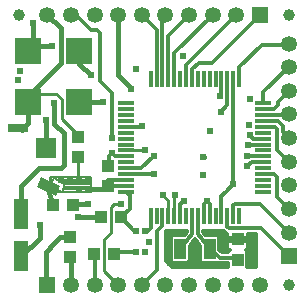
<source format=gtl>
G75*
G70*
%OFA0B0*%
%FSLAX24Y24*%
%IPPOS*%
%LPD*%
%AMOC8*
5,1,8,0,0,1.08239X$1,22.5*
%
%ADD10R,0.0394X0.0433*%
%ADD11R,0.0433X0.0394*%
%ADD12R,0.0906X0.0906*%
%ADD13R,0.0500X0.1000*%
%ADD14R,0.0394X0.0709*%
%ADD15R,0.0530X0.0530*%
%ADD16C,0.0530*%
%ADD17R,0.0551X0.0118*%
%ADD18R,0.0118X0.0551*%
%ADD19C,0.0394*%
%ADD20R,0.0700X0.0250*%
%ADD21R,0.0650X0.0650*%
%ADD22R,0.0700X0.0360*%
%ADD23C,0.0240*%
%ADD24C,0.0120*%
%ADD25C,0.0160*%
%ADD26C,0.0100*%
%ADD27C,0.0080*%
D10*
X009854Y001555D03*
X009854Y002225D03*
X011104Y003935D03*
X011104Y004605D03*
X010121Y004891D03*
X010121Y005560D03*
X015434Y002145D03*
X015434Y001475D03*
D11*
X011539Y002880D03*
X010869Y002880D03*
X009939Y003280D03*
X009269Y003280D03*
X010644Y001656D03*
X011313Y001656D03*
D12*
X010151Y006733D03*
X008458Y006733D03*
X008458Y008426D03*
X010151Y008426D03*
D13*
X008204Y001580D03*
X008204Y002980D03*
D14*
X013512Y001830D03*
X014496Y001830D03*
D15*
X017130Y001588D03*
X009086Y000631D03*
X016173Y009631D03*
D16*
X015386Y009631D03*
X014598Y009631D03*
X013811Y009631D03*
X013023Y009631D03*
X012236Y009631D03*
X011449Y009631D03*
X010661Y009631D03*
X009874Y009631D03*
X009086Y009631D03*
X017130Y008674D03*
X017130Y007887D03*
X017130Y007100D03*
X017130Y006312D03*
X017130Y005525D03*
X017130Y004737D03*
X017130Y003950D03*
X017130Y003163D03*
X017130Y002375D03*
X016173Y000631D03*
X015386Y000631D03*
X014598Y000631D03*
X013811Y000631D03*
X013023Y000631D03*
X012236Y000631D03*
X011449Y000631D03*
X010661Y000631D03*
X009874Y000631D03*
D17*
X011724Y003733D03*
X011724Y003930D03*
X011724Y004127D03*
X011724Y004324D03*
X011724Y004521D03*
X011724Y004718D03*
X011724Y004914D03*
X011724Y005111D03*
X011724Y005308D03*
X011724Y005505D03*
X011724Y005702D03*
X011724Y005899D03*
X011724Y006096D03*
X011724Y006292D03*
X011724Y006489D03*
X011724Y006686D03*
X016291Y006686D03*
X016291Y006489D03*
X016291Y006292D03*
X016291Y006096D03*
X016291Y005899D03*
X016291Y005702D03*
X016291Y005505D03*
X016291Y005308D03*
X016291Y005111D03*
X016291Y004914D03*
X016291Y004718D03*
X016291Y004521D03*
X016291Y004324D03*
X016291Y004127D03*
X016291Y003930D03*
X016291Y003733D03*
D18*
X015484Y002926D03*
X015287Y002926D03*
X015090Y002926D03*
X014893Y002926D03*
X014697Y002926D03*
X014500Y002926D03*
X014303Y002926D03*
X014106Y002926D03*
X013909Y002926D03*
X013712Y002926D03*
X013515Y002926D03*
X013319Y002926D03*
X013122Y002926D03*
X012925Y002926D03*
X012728Y002926D03*
X012531Y002926D03*
X012531Y007493D03*
X012728Y007493D03*
X012925Y007493D03*
X013122Y007493D03*
X013319Y007493D03*
X013515Y007493D03*
X013712Y007493D03*
X013909Y007493D03*
X014106Y007493D03*
X014303Y007493D03*
X014500Y007493D03*
X014697Y007493D03*
X014893Y007493D03*
X015090Y007493D03*
X015287Y007493D03*
X015484Y007493D03*
D19*
X017130Y009631D03*
X008130Y009631D03*
X017130Y000631D03*
D20*
X008102Y005853D03*
D21*
X009047Y005181D03*
D22*
G36*
X008884Y004220D02*
X009518Y003924D01*
X009366Y003598D01*
X008732Y003894D01*
X008884Y004220D01*
G37*
D23*
X009530Y004131D03*
X009830Y004131D03*
X010130Y004131D03*
X010430Y004131D03*
X010430Y003831D03*
X010130Y003831D03*
X010430Y003331D03*
X010100Y002881D03*
X008830Y002631D03*
X011530Y003331D03*
X012930Y003631D03*
X013330Y003631D03*
X013630Y003431D03*
X014400Y003411D03*
X015287Y003989D03*
X014290Y004281D03*
X014290Y004881D03*
X015730Y004931D03*
X015730Y004591D03*
X015790Y005301D03*
X015830Y005631D03*
X015800Y005951D03*
X014870Y006391D03*
X014830Y006931D03*
X015830Y006831D03*
X014500Y005771D03*
X012630Y004931D03*
X012330Y005131D03*
X011230Y005031D03*
X011230Y005531D03*
X012230Y005931D03*
X010930Y006731D03*
X011870Y007171D03*
X012030Y007831D03*
X010542Y007618D03*
X009324Y006680D03*
X009030Y006131D03*
X008100Y007451D03*
X008180Y007751D03*
X009254Y008580D03*
X008610Y009371D03*
X013600Y008251D03*
X012630Y004331D03*
X012330Y002431D03*
X012030Y002431D03*
X012480Y002051D03*
X012330Y001731D03*
X012030Y001731D03*
X013130Y001731D03*
X013170Y001351D03*
X013530Y001291D03*
X013930Y001331D03*
X014310Y001291D03*
X014000Y001691D03*
X014010Y002021D03*
X014380Y002371D03*
X014950Y002071D03*
X014960Y001801D03*
X014960Y001271D03*
X015980Y001401D03*
X015980Y001801D03*
X015980Y002201D03*
X013570Y002371D03*
X013130Y002131D03*
D24*
X013195Y002146D02*
X013030Y002146D01*
X013030Y002028D02*
X013195Y002028D01*
X013195Y001909D02*
X013030Y001909D01*
X013030Y001791D02*
X013195Y001791D01*
X013195Y001672D02*
X013030Y001672D01*
X013030Y001554D02*
X013195Y001554D01*
X013195Y001435D02*
X013030Y001435D01*
X013030Y001431D02*
X013030Y002431D01*
X013729Y002431D01*
X013729Y002390D01*
X013661Y002304D01*
X013265Y002304D01*
X013195Y002234D01*
X013195Y001426D01*
X013265Y001356D01*
X013759Y001356D01*
X013829Y001426D01*
X013829Y001938D01*
X014005Y002158D01*
X014179Y001939D01*
X014179Y001426D01*
X014250Y001356D01*
X014743Y001356D01*
X014747Y001359D01*
X014755Y001351D01*
X015117Y001351D01*
X015117Y001231D01*
X013230Y001231D01*
X013030Y001431D01*
X013144Y001316D02*
X015117Y001316D01*
X015318Y001531D02*
X014830Y001531D01*
X014531Y001830D01*
X014496Y001830D01*
X014106Y002320D01*
X014106Y002926D01*
X013909Y002926D02*
X013909Y002327D01*
X013512Y001830D01*
X013829Y001791D02*
X014179Y001791D01*
X014179Y001909D02*
X013829Y001909D01*
X013900Y002028D02*
X014109Y002028D01*
X014014Y002146D02*
X013995Y002146D01*
X013724Y002383D02*
X013030Y002383D01*
X013030Y002265D02*
X013226Y002265D01*
X012925Y002606D02*
X012730Y002411D01*
X012730Y001125D01*
X012236Y000631D01*
X010661Y000631D02*
X010661Y001639D01*
X010644Y001656D01*
X011313Y001656D02*
X011388Y001731D01*
X012030Y001731D01*
X012030Y002431D02*
X011988Y002431D01*
X011539Y002880D01*
X011830Y003171D01*
X011830Y003628D01*
X011724Y003733D01*
X011724Y003930D02*
X011109Y003930D01*
X011104Y003935D02*
X011104Y004127D01*
X011724Y004127D01*
X011724Y004324D02*
X012623Y004324D01*
X012630Y004331D01*
X012219Y004521D02*
X012630Y004931D01*
X012219Y004521D02*
X011724Y004521D01*
X011130Y004630D02*
X011130Y004931D01*
X011230Y005031D01*
X011346Y004914D01*
X011724Y004914D01*
X011130Y004630D02*
X011104Y004605D01*
X011230Y005531D02*
X011230Y007031D01*
X010830Y007431D01*
X010830Y009031D01*
X010730Y009131D01*
X010530Y009131D01*
X010030Y009631D01*
X009874Y009631D01*
X012236Y009631D02*
X012728Y009139D01*
X012728Y007493D01*
X012925Y007493D02*
X012925Y009533D01*
X013023Y009631D01*
X013122Y008942D02*
X013811Y009631D01*
X014598Y009631D02*
X013319Y008351D01*
X013319Y007493D01*
X013122Y007493D02*
X013122Y008942D01*
X014130Y008031D02*
X014573Y008031D01*
X016173Y009631D01*
X015386Y009631D02*
X013712Y007958D01*
X013712Y007493D01*
X013909Y007493D02*
X013909Y007811D01*
X014130Y008031D01*
X014893Y007493D02*
X014893Y006995D01*
X014830Y006931D01*
X015090Y006612D02*
X014870Y006391D01*
X015090Y006612D02*
X015090Y007493D01*
X015287Y007493D02*
X015287Y003989D01*
X015030Y003731D01*
X014893Y003595D01*
X014893Y002926D01*
X015090Y002926D02*
X015090Y002570D01*
X015130Y002521D01*
X016210Y002521D01*
X017133Y001588D01*
X017130Y001588D01*
X016030Y001554D02*
X015751Y001554D01*
X015751Y001435D02*
X016030Y001435D01*
X016030Y001316D02*
X015751Y001316D01*
X015751Y001231D02*
X015751Y001741D01*
X015706Y001786D01*
X015729Y001800D01*
X015759Y001830D01*
X015780Y001866D01*
X015791Y001907D01*
X015791Y002106D01*
X015473Y002106D01*
X015473Y002183D01*
X015791Y002183D01*
X015791Y002341D01*
X016030Y002341D01*
X016030Y001231D01*
X015751Y001231D01*
X015434Y001475D02*
X015318Y001531D01*
X015117Y001711D02*
X014904Y001711D01*
X014813Y001802D01*
X014813Y002234D01*
X014743Y002304D01*
X014349Y002304D01*
X014286Y002383D01*
X014286Y002431D01*
X014965Y002431D01*
X014995Y002401D01*
X015035Y002351D01*
X015047Y002349D01*
X015055Y002341D01*
X015077Y002341D01*
X015077Y002183D01*
X015395Y002183D01*
X015395Y002106D01*
X015077Y002106D01*
X015077Y001907D01*
X015088Y001866D01*
X015109Y001830D01*
X015139Y001800D01*
X015162Y001786D01*
X015117Y001741D01*
X015117Y001711D01*
X015155Y001791D02*
X014824Y001791D01*
X014813Y001909D02*
X015077Y001909D01*
X015077Y002028D02*
X014813Y002028D01*
X014813Y002146D02*
X015395Y002146D01*
X015473Y002146D02*
X016030Y002146D01*
X016030Y002028D02*
X015791Y002028D01*
X015791Y001909D02*
X016030Y001909D01*
X016030Y001791D02*
X015713Y001791D01*
X015751Y001672D02*
X016030Y001672D01*
X016030Y002265D02*
X015791Y002265D01*
X015077Y002265D02*
X014782Y002265D01*
X015009Y002383D02*
X014286Y002383D01*
X014303Y002926D02*
X014303Y003314D01*
X014400Y003411D01*
X014500Y003311D01*
X014500Y002926D01*
X015287Y002926D02*
X015287Y003289D01*
X015330Y003331D01*
X016174Y003331D01*
X017130Y002375D01*
X017130Y003163D02*
X016730Y003563D01*
X016730Y004231D01*
X016637Y004324D01*
X016291Y004324D01*
X015916Y004718D02*
X015730Y004591D01*
X015916Y004718D02*
X016291Y004718D01*
X016291Y004914D02*
X015746Y004914D01*
X015730Y004931D01*
X015790Y005301D02*
X016284Y005301D01*
X016291Y005308D01*
X016291Y005505D02*
X015956Y005505D01*
X015830Y005631D01*
X016291Y005899D02*
X016662Y005899D01*
X016730Y005831D01*
X016730Y005137D01*
X017130Y004737D01*
X017130Y005525D02*
X016930Y005725D01*
X016930Y005931D01*
X016765Y006096D01*
X016291Y006096D01*
X016291Y006292D02*
X017110Y006292D01*
X017130Y006312D01*
X016770Y006631D02*
X016770Y006740D01*
X017130Y007100D01*
X016770Y006631D02*
X016628Y006489D01*
X016291Y006489D01*
X016291Y006686D02*
X016291Y007048D01*
X017130Y007887D01*
X017086Y008631D02*
X016230Y008631D01*
X015484Y007885D01*
X015484Y007493D01*
X017086Y008631D02*
X017130Y008674D01*
X012230Y005931D02*
X012230Y005899D01*
X011724Y005899D01*
X011870Y007171D02*
X011880Y007181D01*
X014270Y004281D02*
X014250Y004261D01*
X014270Y004281D02*
X014290Y004281D01*
X013330Y003631D02*
X013319Y003631D01*
X013630Y003431D02*
X013515Y003317D01*
X013515Y002926D01*
X012925Y002926D02*
X012925Y002606D01*
X012531Y002529D02*
X012433Y002431D01*
X012330Y002431D01*
X012531Y002529D02*
X012531Y002926D01*
X013829Y001672D02*
X014179Y001672D01*
X014179Y001554D02*
X013829Y001554D01*
X013829Y001435D02*
X014179Y001435D01*
D25*
X010869Y002880D02*
X010868Y002881D01*
X010100Y002881D01*
X009939Y003280D02*
X009990Y003331D01*
X010430Y003331D01*
X010430Y003831D02*
X011000Y003831D01*
X011104Y003935D01*
X011109Y003930D01*
X009630Y004631D02*
X009530Y004531D01*
X008800Y004531D01*
X008204Y003936D01*
X008204Y002980D01*
X008830Y002631D02*
X008830Y002205D01*
X008204Y001580D01*
X009030Y001731D02*
X009030Y000688D01*
X009086Y000631D01*
X009874Y000631D02*
X009874Y001555D01*
X009854Y001555D01*
X009313Y002015D02*
X009523Y002225D01*
X009854Y002225D01*
X009313Y002015D02*
X009030Y001731D01*
X009269Y003280D02*
X009069Y003909D01*
X009630Y004631D02*
X009630Y005701D01*
X009324Y006006D01*
X009324Y006680D01*
X010151Y006733D02*
X010930Y006733D01*
X010930Y006731D01*
X011449Y007612D02*
X011880Y007181D01*
X011449Y007612D02*
X011449Y009631D01*
X009530Y009188D02*
X009086Y009631D01*
X008611Y009369D02*
X008610Y009371D01*
X008611Y009369D02*
X008611Y008580D01*
X008458Y008426D01*
X008611Y008580D02*
X009254Y008580D01*
X010151Y008426D02*
X010151Y008010D01*
X010542Y007618D01*
X009530Y008031D02*
X009530Y009188D01*
X009530Y008031D02*
X008495Y006996D01*
X008458Y006959D01*
X008458Y006733D01*
X008458Y006023D01*
X008237Y005803D01*
X009030Y006131D02*
X009030Y005138D01*
X014290Y004881D02*
X014320Y004881D01*
D26*
X012330Y005131D02*
X012310Y005111D01*
X011724Y005111D01*
X010121Y004891D02*
X010121Y004140D01*
X010130Y004131D01*
X009125Y003909D02*
X009069Y003909D01*
X011200Y003221D02*
X011310Y003331D01*
X011530Y003331D01*
X011200Y003221D02*
X011200Y002371D01*
X010980Y002151D01*
X010980Y001100D01*
X011449Y000631D01*
X013122Y002926D02*
X013122Y003439D01*
X012930Y003631D01*
X013319Y003631D02*
X013319Y002926D01*
X009030Y005138D02*
X009030Y005163D01*
X009047Y005181D01*
X008237Y005803D02*
X008187Y005853D01*
X008102Y005853D01*
X009570Y006171D02*
X009570Y006811D01*
X009390Y006991D01*
X008500Y006991D01*
X008495Y006996D01*
X009570Y006171D02*
X010121Y005620D01*
X010121Y005560D01*
D27*
X010530Y004231D02*
X009192Y004231D01*
X009224Y004216D01*
X009106Y003963D01*
X009178Y003929D01*
X009297Y004182D01*
X009594Y004044D01*
X009623Y004020D01*
X009644Y003990D01*
X009656Y003955D01*
X009660Y003918D01*
X009653Y003882D01*
X009586Y003738D01*
X009178Y003929D01*
X009145Y003856D01*
X009413Y003731D01*
X010530Y003731D01*
X010530Y004231D01*
X010530Y004215D02*
X009224Y004215D01*
X009187Y004137D02*
X009275Y004137D01*
X009239Y004058D02*
X009151Y004058D01*
X009114Y003980D02*
X009202Y003980D01*
X009166Y003901D02*
X009237Y003901D01*
X009217Y003823D02*
X009406Y003823D01*
X009385Y003744D02*
X009574Y003744D01*
X009589Y003744D02*
X010530Y003744D01*
X010530Y003823D02*
X009625Y003823D01*
X009656Y003901D02*
X010530Y003901D01*
X010530Y003980D02*
X009647Y003980D01*
X009563Y004058D02*
X010530Y004058D01*
X010530Y004137D02*
X009395Y004137D01*
X009106Y003962D02*
X009072Y003890D01*
X008830Y004003D01*
X008830Y004091D01*
X009106Y003962D01*
X009069Y003980D02*
X008880Y003980D01*
X008900Y004058D02*
X008830Y004058D01*
X009048Y003901D02*
X009077Y003901D01*
M02*

</source>
